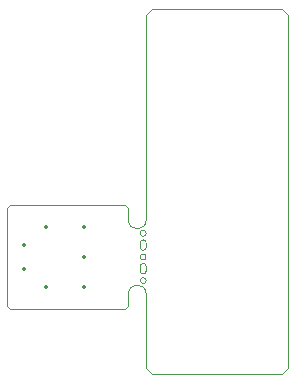
<source format=gm1>
%TF.GenerationSoftware,KiCad,Pcbnew,8.0.8*%
%TF.CreationDate,2025-03-24T11:25:52+01:00*%
%TF.ProjectId,RF_HID_dongle_test,52465f48-4944-45f6-946f-6e676c655f74,rev?*%
%TF.SameCoordinates,Original*%
%TF.FileFunction,Profile,NP*%
%FSLAX46Y46*%
G04 Gerber Fmt 4.6, Leading zero omitted, Abs format (unit mm)*
G04 Created by KiCad (PCBNEW 8.0.8) date 2025-03-24 11:25:52*
%MOMM*%
%LPD*%
G01*
G04 APERTURE LIST*
%TA.AperFunction,Profile*%
%ADD10C,0.050000*%
%TD*%
%ADD11C,0.350000*%
G04 APERTURE END LIST*
D10*
X148100000Y-138325000D02*
X148100000Y-121970000D01*
X136100104Y-125825000D02*
G75*
G02*
X134599896Y-125825000I-750104J0D01*
G01*
X134600000Y-132075000D02*
G75*
G02*
X136100000Y-132075000I750000J0D01*
G01*
X148100000Y-138325000D02*
X147600000Y-138825000D01*
X135600002Y-129749998D02*
G75*
G02*
X136099998Y-129749998I249998J0D01*
G01*
X124350000Y-124825000D02*
X124600000Y-124575000D01*
X134350000Y-124575000D02*
X124600000Y-124575000D01*
X147600000Y-138825000D02*
X136600000Y-138825000D01*
X134350000Y-133325000D02*
X134600000Y-133075000D01*
X124600000Y-133325000D02*
X134350000Y-133325000D01*
X136100000Y-128150000D02*
G75*
G02*
X135600000Y-128150000I-250000J0D01*
G01*
X135600000Y-129750000D02*
X135600000Y-130150000D01*
X136100000Y-126950000D02*
G75*
G02*
X135600000Y-126950000I-250000J0D01*
G01*
X135600000Y-126950000D02*
G75*
G02*
X136100000Y-126950000I250000J0D01*
G01*
X136100000Y-128950000D02*
G75*
G02*
X135600000Y-128950000I-250000J0D01*
G01*
X135600000Y-128950000D02*
G75*
G02*
X136100000Y-128950000I250000J0D01*
G01*
X136100000Y-132075000D02*
X136100000Y-138325000D01*
X136100000Y-121970000D02*
X136100000Y-125825000D01*
X136100000Y-130150000D02*
G75*
G02*
X135600000Y-130150000I-250000J0D01*
G01*
X136100000Y-130950000D02*
G75*
G02*
X135600000Y-130950000I-250000J0D01*
G01*
X135600000Y-130950000D02*
G75*
G02*
X136100000Y-130950000I250000J0D01*
G01*
X136100000Y-130150000D02*
X136100000Y-129750000D01*
X124350000Y-124825000D02*
X124350000Y-133075000D01*
X135600002Y-127749998D02*
G75*
G02*
X136099998Y-127749998I249998J0D01*
G01*
X136100000Y-128150000D02*
X136100000Y-127750000D01*
X134600000Y-133075000D02*
X134600000Y-132075000D01*
X124350000Y-133075000D02*
X124600000Y-133325000D01*
X135600000Y-128150000D02*
X135600000Y-127750000D01*
X134600000Y-125825000D02*
X134600000Y-124825000D01*
X134350000Y-124575000D02*
X134600000Y-124825000D01*
X136600000Y-138825000D02*
X136100000Y-138325000D01*
%TO.C,J1*%
X136100000Y-108470000D02*
X136600000Y-107970000D01*
X136100000Y-121970000D02*
X136100000Y-108470000D01*
X136600000Y-107970000D02*
X147600000Y-107970000D01*
X147600000Y-107970000D02*
X148100000Y-108470000D01*
X148100000Y-108470000D02*
X148100000Y-121970000D01*
%TD*%
D11*
X130800000Y-128950000D03*
X130799997Y-131489999D03*
X130799997Y-126409999D03*
X127624996Y-131489999D03*
X127624996Y-126409999D03*
X125719995Y-129966001D03*
X125719995Y-127933998D03*
M02*

</source>
